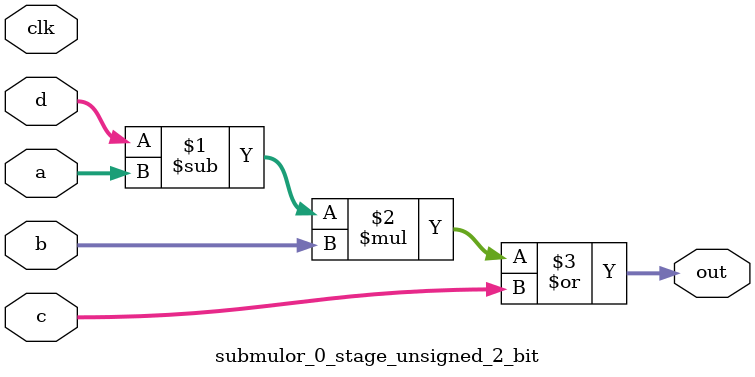
<source format=sv>
(* use_dsp = "yes" *) module submulor_0_stage_unsigned_2_bit(
	input  [1:0] a,
	input  [1:0] b,
	input  [1:0] c,
	input  [1:0] d,
	output [1:0] out,
	input clk);

	assign out = ((d - a) * b) | c;
endmodule

</source>
